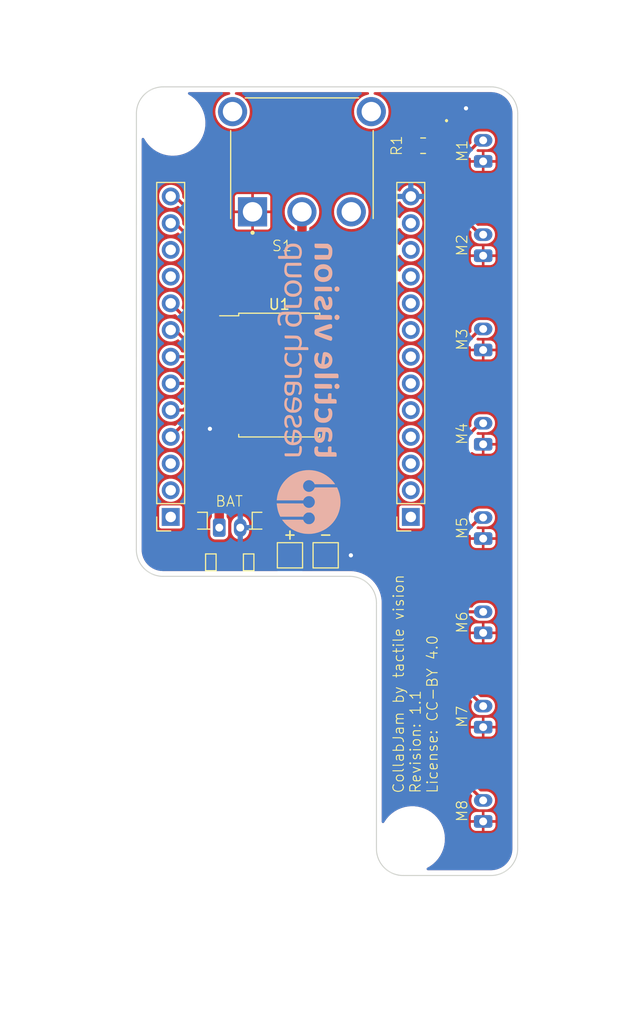
<source format=kicad_pcb>
(kicad_pcb (version 20221018) (generator pcbnew)
  (title_block (title "CollabJam") (date "2023-05-02") (rev "v1.1") (company "tactile vision, University of Applied Sciences Dresden") (comment 1 "Authors: Alexander Ramian, Dennis WIttchen") (comment 2 "License: CC-BY 4.0") (comment 4 "AISLER Project ID: GOIWVQSX"))
  (layers (0 "F.Cu" signal) (31 "B.Cu" power) (34 "B.Paste" user) (35 "F.Paste" user) (36 "B.SilkS" user "B.Silkscreen") (37 "F.SilkS" user "F.Silkscreen") (38 "B.Mask" user) (39 "F.Mask" user) (44 "Edge.Cuts" user))
  (net 0 "")
  (net 1 "VCC")
  (net 2 "GND")
  (net 3 "PWR")
  (net 4 "/M1")
  (net 5 "/M2")
  (net 6 "/M3")
  (net 7 "/M4")
  (net 8 "/M5")
  (net 9 "/M6")
  (net 10 "/M7")
  (net 11 "/M8")
  (net 26 "ESP_GPIO23")
  (net 27 "ESP_GPIO18")
  (net 28 "ESP_GPIO05")
  (net 29 "ESP_GPIO17")
  (net 30 "ESP_GPIO16")
  (net 31 "ESP_GPIO04")
  (net 34 "ESP_GPIO15")
  (net 35 "ESP_GPIO13")
  (net 36 "Net-(D1-A)")
  (footprint "Connector_JST:JST_PH_S2B-PH-K_1x02_P2.00mm_Horizontal" (layer "F.Cu") (at 91.294949 57.272284 90)
    (fp_text reference "M3" (at 1 -2.013949 90) (layer "F.SilkS") (effects (font (thickness 0.1))))
    (fp_text value "M3")
    (pad "1" thru_hole roundrect (at 0 0 90) (size 1.2 1.75) (drill 0.75) (layers "*.Cu" "*.Mask") (roundrect_rratio 0.2083333333) (net 3 "PWR"))
    (pad "2" thru_hole oval (at 2 0 90) (size 1.2 1.75) (drill 0.75) (layers "*.Cu" "*.Mask") (net 6 "/M3"))
  )
  (footprint "Connector_JST:JST_PH_S2B-PH-K_1x02_P2.00mm_Horizontal" (layer "F.Cu") (at 91.294949 84.17371 90)
    (fp_text reference "M6" (at 1 -2.013949 90) (layer "F.SilkS") (effects (font (thickness 0.1))))
    (fp_text value "M6")
    (pad "1" thru_hole roundrect (at 0 0 90) (size 1.2 1.75) (drill 0.75) (layers "*.Cu" "*.Mask") (roundrect_rratio 0.2083333333) (net 3 "PWR"))
    (pad "2" thru_hole oval (at 2 0 90) (size 1.2 1.75) (drill 0.75) (layers "*.Cu" "*.Mask") (net 9 "/M6"))
  )
  (footprint "collabjam:LTSTS220KFKT" (layer "F.Cu") (at 85.705 34.314 90)
    (fp_text reference "D1" hide)
    (fp_text value "LED" hide)
    (pad "1" smd rect (at 0 1.25 90) (size 1 1.5) (layers "F.Cu" "F.Paste" "F.Mask") (net 2 "GND"))
    (pad "2" smd rect (at 0 -1.25 90) (size 1 1.5) (layers "F.Cu" "F.Paste" "F.Mask") (net 36 "Net-(D1-A)"))
  )
  (footprint "Connector_JST:JST_PH_S2B-PH-K_1x02_P2.00mm_Horizontal" (layer "F.Cu") (at 91.294949 48.305142 90)
    (fp_text reference "M2" (at 1 -2.013949 90) (layer "F.SilkS") (effects (font (thickness 0.1))))
    (fp_text value "M2")
    (pad "1" thru_hole roundrect (at 0 0 90) (size 1.2 1.75) (drill 0.75) (layers "*.Cu" "*.Mask") (roundrect_rratio 0.2083333333) (net 3 "PWR"))
    (pad "2" thru_hole oval (at 2 0 90) (size 1.2 1.75) (drill 0.75) (layers "*.Cu" "*.Mask") (net 5 "/M2"))
  )
  (footprint "Connector_PinSocket_2.54mm:PinSocket_1x13_P2.54mm_Vertical" (layer "F.Cu") (at 84.404949 73.152 180)
    (fp_text reference "J10" hide)
    (fp_text value "ESP32 right" hide)
    (pad "1" thru_hole rect (at 0 0 180) (size 1.7 1.7) (drill 1) (layers "*.Cu" "*.Mask"))
    (pad "2" thru_hole oval (at 0 2.54 180) (size 1.7 1.7) (drill 1) (layers "*.Cu" "*.Mask"))
    (pad "3" thru_hole oval (at 0 5.08 180) (size 1.7 1.7) (drill 1) (layers "*.Cu" "*.Mask"))
    (pad "4" thru_hole oval (at 0 7.62 180) (size 1.7 1.7) (drill 1) (layers "*.Cu" "*.Mask"))
    (pad "5" thru_hole oval (at 0 10.16 180) (size 1.7 1.7) (drill 1) (layers "*.Cu" "*.Mask"))
    (pad "6" thru_hole oval (at 0 12.7 180) (size 1.7 1.7) (drill 1) (layers "*.Cu" "*.Mask"))
    (pad "7" thru_hole oval (at 0 15.24 180) (size 1.7 1.7) (drill 1) (layers "*.Cu" "*.Mask"))
    (pad "8" thru_hole oval (at 0 17.78 180) (size 1.7 1.7) (drill 1) (layers "*.Cu" "*.Mask"))
    (pad "9" thru_hole oval (at 0 20.32 180) (size 1.7 1.7) (drill 1) (layers "*.Cu" "*.Mask"))
    (pad "10" thru_hole oval (at 0 22.86 180) (size 1.7 1.7) (drill 1) (layers "*.Cu" "*.Mask"))
    (pad "11" thru_hole oval (at 0 25.4 180) (size 1.7 1.7) (drill 1) (layers "*.Cu" "*.Mask"))
    (pad "12" thru_hole oval (at 0 27.94 180) (size 1.7 1.7) (drill 1) (layers "*.Cu" "*.Mask"))
    (pad "13" thru_hole oval (at 0 30.48 180) (size 1.7 1.7) (drill 1) (layers "*.Cu" "*.Mask") (net 2 "GND"))
  )
  (footprint "Connector_JST:JST_PH_S2B-PH-K_1x02_P2.00mm_Horizontal" (layer "F.Cu") (at 91.294949 39.338 90)
    (fp_text reference "M1" (at 1 -2.003949 90) (layer "F.SilkS") (effects (font (thickness 0.1))))
    (fp_text value "M1")
    (pad "1" thru_hole roundrect (at 0 0 90) (size 1.2 1.75) (drill 0.75) (layers "*.Cu" "*.Mask") (roundrect_rratio 0.2083333333) (net 3 "PWR"))
    (pad "2" thru_hole oval (at 2 0 90) (size 1.2 1.75) (drill 0.75) (layers "*.Cu" "*.Mask") (net 4 "/M1"))
  )
  (footprint "Connector_JST:JST_PH_S2B-PH-K_1x02_P2.00mm_Horizontal" (layer "F.Cu") (at 91.294949 102.108 90)
    (fp_text reference "M8" (at 1 -2.013949 90) (layer "F.SilkS") (effects (font (thickness 0.1))))
    (fp_text value "M8")
    (pad "1" thru_hole roundrect (at 0 0 90) (size 1.2 1.75) (drill 0.75) (layers "*.Cu" "*.Mask") (roundrect_rratio 0.2083333333) (net 3 "PWR"))
    (pad "2" thru_hole oval (at 2 0 90) (size 1.2 1.75) (drill 0.75) (layers "*.Cu" "*.Mask") (net 11 "/M8"))
  )
  (footprint "Resistor_SMD:R_0805_2012Metric_Pad1.20x1.40mm_HandSolder" (layer "F.Cu") (at 85.578 37.846 180)
    (fp_text reference "R1" (at 2.52 0 90) (layer "F.SilkS") (effects (font (thickness 0.1))))
    (fp_text value "100")
    (pad "1" smd roundrect (at -1 0 180) (size 1.2 1.4) (layers "F.Cu" "F.Paste" "F.Mask") (roundrect_rratio 0.2083333333) (net 3 "PWR"))
    (pad "2" smd roundrect (at 1 0 180) (size 1.2 1.4) (layers "F.Cu" "F.Paste" "F.Mask") (roundrect_rratio 0.2083333333) (net 36 "Net-(D1-A)"))
  )
  (footprint "TestPoint:TestPoint_Pad_2.0x2.0mm" (layer "F.Cu") (at 76.3 76.8)
    (fp_text reference "-" (at 0 -1.998) (layer "F.SilkS"))
    (fp_text value "ESP_BAT_GND")
    (pad "1" smd rect (at 0 0) (size 2 2) (layers "F.Cu" "F.Mask") (net 2 "GND"))
  )
  (footprint "Connector_PinSocket_2.54mm:PinSocket_1x13_P2.54mm_Vertical" (layer "F.Cu") (at 61.544949 73.152 180)
    (fp_text reference "J11" hide)
    (fp_text value "ESP32 left" hide)
    (pad "1" thru_hole rect (at 0 0 180) (size 1.7 1.7) (drill 1) (layers "*.Cu" "*.Mask"))
    (pad "2" thru_hole oval (at 0 2.54 180) (size 1.7 1.7) (drill 1) (layers "*.Cu" "*.Mask"))
    (pad "3" thru_hole oval (at 0 5.08 180) (size 1.7 1.7) (drill 1) (layers "*.Cu" "*.Mask"))
    (pad "4" thru_hole oval (at 0 7.62 180) (size 1.7 1.7) (drill 1) (layers "*.Cu" "*.Mask") (net 26 "ESP_GPIO23"))
    (pad "5" thru_hole oval (at 0 10.16 180) (size 1.7 1.7) (drill 1) (layers "*.Cu" "*.Mask") (net 27 "ESP_GPIO18"))
    (pad "6" thru_hole oval (at 0 12.7 180) (size 1.7 1.7) (drill 1) (layers "*.Cu" "*.Mask") (net 28 "ESP_GPIO05"))
    (pad "7" thru_hole oval (at 0 15.24 180) (size 1.7 1.7) (drill 1) (layers "*.Cu" "*.Mask") (net 29 "ESP_GPIO17"))
    (pad "8" thru_hole oval (at 0 17.78 180) (size 1.7 1.7) (drill 1) (layers "*.Cu" "*.Mask") (net 30 "ESP_GPIO16"))
    (pad "9" thru_hole oval (at 0 20.32 180) (size 1.7 1.7) (drill 1) (layers "*.Cu" "*.Mask") (net 31 "ESP_GPIO04"))
    (pad "10" thru_hole oval (at 0 22.86 180) (size 1.7 1.7) (drill 1) (layers "*.Cu" "*.Mask"))
    (pad "11" thru_hole oval (at 0 25.4 180) (size 1.7 1.7) (drill 1) (layers "*.Cu" "*.Mask"))
    (pad "12" thru_hole oval (at 0 27.94 180) (size 1.7 1.7) (drill 1) (layers "*.Cu" "*.Mask") (net 34 "ESP_GPIO15"))
    (pad "13" thru_hole oval (at 0 30.48 180) (size 1.7 1.7) (drill 1) (layers "*.Cu" "*.Mask") (net 35 "ESP_GPIO13"))
  )
  (footprint "MountingHole:MountingHole_2.2mm_M2" (layer "F.Cu") (at 61.75 35.7)
    (fp_text reference "H1" hide)
    (fp_text value "MountingHole" hide)
    (pad "" np_thru_hole circle (at 0 0) (size 2.2 2.2) (drill 2.2) (layers "F&B.Cu" "*.Mask"))
  )
  (footprint "TestPoint:TestPoint_Pad_2.0x2.0mm" (layer "F.Cu") (at 72.9 76.8)
    (fp_text reference "+" (at 0 -1.998) (layer "F.SilkS"))
    (fp_text value "ESP_BAT_PWR")
    (pad "1" smd rect (at 0 0) (size 2 2) (layers "F.Cu" "F.Mask") (net 3 "PWR"))
  )
  (footprint "Connector_JST:JST_PH_S2B-PH-K_1x02_P2.00mm_Horizontal" (layer "F.Cu") (at 66.167 74.168)
    (fp_text reference "BAT" (at 0.95 -2.5) (layer "F.SilkS") (effects (font (thickness 0.1))))
    (fp_text value "Power")
    (pad "1" thru_hole roundrect (at 0 0) (size 1.2 1.75) (drill 0.75) (layers "*.Cu" "*.Mask") (roundrect_rratio 0.2083333333) (net 1 "VCC"))
    (pad "2" thru_hole oval (at 2 0) (size 1.2 1.75) (drill 0.75) (layers "*.Cu" "*.Mask") (net 2 "GND"))
  )
  (footprint "MountingHole:MountingHole_2.2mm_M2" (layer "F.Cu") (at 84.55 103.7609)
    (fp_text reference "H2" hide)
    (fp_text value "MountingHole" hide)
    (pad "" np_thru_hole circle (at 0 0) (size 2.2 2.2) (drill 2.2) (layers "*.Cu" "*.Mask") (clearance 2))
  )
  (footprint "Package_SO:SOIC-18W_7.5x11.6mm_P1.27mm" (layer "F.Cu") (at 71.882 59.66)
    (fp_text reference "U1" (at 0 -6.72) (layer "F.SilkS"))
    (fp_text value "ULN2803A")
    (pad "1" smd roundrect (at -4.65 -5.08) (size 2.05 0.6) (layers "F.Cu" "F.Paste" "F.Mask") (net 35 "ESP_GPIO13"))
    (pad "2" smd roundrect (at -4.65 -3.81) (size 2.05 0.6) (layers "F.Cu" "F.Paste" "F.Mask") (net 34 "ESP_GPIO15"))
    (pad "3" smd roundrect (at -4.65 -2.54) (size 2.05 0.6) (layers "F.Cu" "F.Paste" "F.Mask") (net 31 "ESP_GPIO04"))
    (pad "4" smd roundrect (at -4.65 -1.27) (size 2.05 0.6) (layers "F.Cu" "F.Paste" "F.Mask") (net 30 "ESP_GPIO16"))
    (pad "5" smd roundrect (at -4.65 0) (size 2.05 0.6) (layers "F.Cu" "F.Paste" "F.Mask") (net 29 "ESP_GPIO17"))
    (pad "6" smd roundrect (at -4.65 1.27) (size 2.05 0.6) (layers "F.Cu" "F.Paste" "F.Mask") (net 28 "ESP_GPIO05"))
    (pad "7" smd roundrect (at -4.65 2.54) (size 2.05 0.6) (layers "F.Cu" "F.Paste" "F.Mask") (net 27 "ESP_GPIO18"))
    (pad "8" smd roundrect (at -4.65 3.81) (size 2.05 0.6) (layers "F.Cu" "F.Paste" "F.Mask") (net 26 "ESP_GPIO23"))
    (pad "9" smd roundrect (at -4.65 5.08) (size 2.05 0.6) (layers "F.Cu" "F.Paste" "F.Mask") (net 2 "GND"))
    (pad "10" smd roundrect (at 4.65 5.08) (size 2.05 0.6) (layers "F.Cu" "F.Paste" "F.Mask") (net 3 "PWR"))
    (pad "11" smd roundrect (at 4.65 3.81) (size 2.05 0.6) (layers "F.Cu" "F.Paste" "F.Mask") (net 11 "/M8"))
    (pad "12" smd roundrect (at 4.65 2.54) (size 2.05 0.6) (layers "F.Cu" "F.Paste" "F.Mask") (net 10 "/M7"))
    (pad "13" smd roundrect (at 4.65 1.27) (size 2.05 0.6) (layers "F.Cu" "F.Paste" "F.Mask") (net 9 "/M6"))
    (pad "14" smd roundrect (at 4.65 0) (size 2.05 0.6) (layers "F.Cu" "F.Paste" "F.Mask") (net 8 "/M5"))
    (pad "15" smd roundrect (at 4.65 -1.27) (size 2.05 0.6) (layers "F.Cu" "F.Paste" "F.Mask") (net 7 "/M4"))
    (pad "16" smd roundrect (at 4.65 -2.54) (size 2.05 0.6) (layers "F.Cu" "F.Paste" "F.Mask") (net 6 "/M3"))
    (pad "17" smd roundrect (at 4.65 -3.81) (size 2.05 0.6) (layers "F.Cu" "F.Paste" "F.Mask") (net 5 "/M2"))
    (pad "18" smd roundrect (at 4.65 -5.08) (size 2.05 0.6) (layers "F.Cu" "F.Paste" "F.Mask") (net 4 "/M1"))
  )
  (footprint "collabjam:SW_500SSP1S1M6QEA" (layer "F.Cu") (at 74.04 39.37)
    (fp_text reference "S1" (at -1.905 8.001) (layer "F.SilkS") (effects (font (thickness 0.1))))
    (fp_text value "500SSP1S1M6QEA")
    (pad "1" thru_hole rect (at -4.7 4.765) (size 2.775 2.775) (drill 1.85) (layers "*.Cu" "*.Mask") (net 3 "PWR"))
    (pad "2" thru_hole circle (at 0 4.765) (size 2.775 2.775) (drill 1.85) (layers "*.Cu" "*.Mask") (net 1 "VCC"))
    (pad "3" thru_hole circle (at 4.7 4.765) (size 2.775 2.775) (drill 1.85) (layers "*.Cu" "*.Mask"))
    (pad "S1" thru_hole circle (at -6.605 -4.765) (size 2.775 2.775) (drill 1.85) (layers "*.Cu" "*.Mask"))
    (pad "S2" thru_hole circle (at 6.605 -4.765) (size 2.775 2.775) (drill 1.85) (layers "*.Cu" "*.Mask"))
  )
  (footprint "Connector_JST:JST_PH_S2B-PH-K_1x02_P2.00mm_Horizontal" (layer "F.Cu") (at 91.294949 75.206568 90)
    (fp_text reference "M5" (at 1 -2.013949 90) (layer "F.SilkS") (effects (font (thickness 0.1))))
    (fp_text value "M5")
    (pad "1" thru_hole roundrect (at 0 0 90) (size 1.2 1.75) (drill 0.75) (layers "*.Cu" "*.Mask") (roundrect_rratio 0.2083333333) (net 3 "PWR"))
    (pad "2" thru_hole oval (at 2 0 90) (size 1.2 1.75) (drill 0.75) (layers "*.Cu" "*.Mask") (net 8 "/M5"))
  )
  (footprint "Connector_JST:JST_PH_S2B-PH-K_1x02_P2.00mm_Horizontal" (layer "F.Cu") (at 91.294949 66.239426 90)
    (fp_text reference "M4" (at 1 -2.013949 90) (layer "F.SilkS") (effects (font (thickness 0.1))))
    (fp_text value "M4")
    (pad "1" thru_hole roundrect (at 0 0 90) (size 1.2 1.75) (drill 0.75) (layers "*.Cu" "*.Mask") (roundrect_rratio 0.2083333333) (net 3 "PWR"))
    (pad "2" thru_hole oval (at 2 0 90) (size 1.2 1.75) (drill 0.75) (layers "*.Cu" "*.Mask") (net 7 "/M4"))
  )
  (footprint "Connector_JST:JST_PH_S2B-PH-K_1x02_P2.00mm_Horizontal" (layer "F.Cu") (at 91.294949 93.140852 90)
    (fp_text reference "M7" (at 1 -2.013949 90) (layer "F.SilkS") (effects (font (thickness 0.1))))
    (fp_text value "M7")
    (pad "1" thru_hole roundrect (at 0 0 90) (size 1.2 1.75) (drill 0.75) (layers "*.Cu" "*.Mask") (roundrect_rratio 0.2083333333) (net 3 "PWR"))
    (pad "2" thru_hole oval (at 2 0 90) (size 1.2 1.75) (drill 0.75) (layers "*.Cu" "*.Mask") (net 10 "/M7"))
  )
  (footprint "LOGO" (layer "B.Cu") (at 74.663744 60.293443 90)
    (fp_text reference "G***" hide)
    (fp_text value "LOGO" hide)
  )
  (gr_arc (start 60.814949 78.799051) (mid 59.018883 78.055117) (end 58.274949 76.259051) (stroke (width 0.1)) (layer "Edge.Cuts"))
  (gr_arc (start 83.674949 107.249951) (mid 81.878883 106.506017) (end 81.134949 104.709951) (stroke (width 0.1)) (layer "Edge.Cuts"))
  (gr_line (start 81.134949 104.709951) (end 81.134949 81.339051) (stroke (width 0.1)) (layer "Edge.Cuts"))
  (gr_arc (start 58.28 34.79) (mid 59.023949 32.993949) (end 60.82 32.25) (stroke (width 0.1)) (layer "Edge.Cuts"))
  (gr_line (start 58.28 34.79) (end 58.274949 76.259051) (stroke (width 0.1)) (layer "Edge.Cuts"))
  (gr_arc (start 94.578898 104.709951) (mid 93.834966 106.506033) (end 92.038898 107.249951) (stroke (width 0.1)) (layer "Edge.Cuts"))
  (gr_line (start 78.594949 78.799051) (end 60.814949 78.799051) (stroke (width 0.1)) (layer "Edge.Cuts"))
  (gr_arc (start 78.594949 78.799051) (mid 80.390986 79.543014) (end 81.134949 81.339051) (stroke (width 0.1)) (layer "Edge.Cuts"))
  (gr_line (start 92.038898 107.249951) (end 83.674949 107.249951) (stroke (width 0.1)) (layer "Edge.Cuts"))
  (gr_line (start 60.82 32.25) (end 92.043949 32.25) (stroke (width 0.1)) (layer "Edge.Cuts"))
  (gr_line (start 94.583949 34.79) (end 94.578898 104.709951) (stroke (width 0.1)) (layer "Edge.Cuts"))
  (gr_arc (start 92.043949 32.25) (mid 93.840004 32.99396) (end 94.583949 34.79) (stroke (width 0.1)) (layer "Edge.Cuts"))
  (gr_text "CollabJam by tactile vision\nRevision: 1.1\nLicense: CC-BY 4.0" (at 84.85 99.5 90) (layer "F.SilkS") (effects (font (size 1 1) (thickness 0.1)) (justify left)))
  (segment (start 66.167 74.168) (end 66.167 69.723) (width 0.9) (layer "F.Cu") (net 1))
  (segment (start 66.167 69.723) (end 74.04 61.85) (width 0.9) (layer "F.Cu") (net 1))
  (segment (start 74.04 61.85) (end 74.04 44.135) (width 0.9) (layer "F.Cu") (net 1))
  (segment (start 89.638 34.314) (end 89.662 34.29) (width 0.4) (layer "F.Cu") (net 2))
  (segment (start 65.278 64.77) (end 67.202 64.77) (width 0.3) (layer "F.Cu") (net 2))
  (segment (start 67.202 64.77) (end 67.232 64.74) (width 0.3) (layer "F.Cu") (net 2))
  (segment (start 86.955 34.314) (end 89.638 34.314) (width 0.4) (layer "F.Cu") (net 2))
  (segment (start 76.3 76.8) (end 78.7 76.8) (width 0.4) (layer "F.Cu") (net 2))
  (via (at 65.278 64.77) (size 0.8) (drill 0.4) (layers "F.Cu" "B.Cu") (net 2))
  (via (at 78.7 76.8) (size 0.8) (drill 0.4) (layers "F.Cu" "B.Cu") (net 2))
  (via (at 89.662 34.29) (size 0.8) (drill 0.4) (layers "F.Cu" "B.Cu") (net 2))
  (segment (start 83.084389 39.582499) (end 88.77545 39.582499) (width 0.3) (layer "F.Cu") (net 4))
  (segment (start 76.532 54.58) (end 78.262 54.58) (width 0.3) (layer "F.Cu") (net 4))
  (segment (start 88.77545 39.582499) (end 91.019949 37.338) (width 0.3) (layer "F.Cu") (net 4))
  (segment (start 82.254499 40.412389) (end 83.084389 39.582499) (width 0.3) (layer "F.Cu") (net 4))
  (segment (start 91.019949 37.338) (end 91.294949 37.338) (width 0.3) (layer "F.Cu") (net 4))
  (segment (start 78.262 54.58) (end 82.254499 50.587501) (width 0.3) (layer "F.Cu") (net 4))
  (segment (start 82.254499 50.587501) (end 82.254499 40.412389) (width 0.3) (layer "F.Cu") (net 4))
  (segment (start 83.312 40.132) (end 84.846807 40.132) (width 0.3) (layer "F.Cu") (net 5))
  (segment (start 78.262 55.85) (end 82.804 51.308) (width 0.3) (layer "F.Cu") (net 5))
  (segment (start 76.532 55.85) (end 78.262 55.85) (width 0.3) (layer "F.Cu") (net 5))
  (segment (start 82.804 40.64) (end 83.312 40.132) (width 0.3) (layer "F.Cu") (net 5))
  (segment (start 91.019949 46.305142) (end 91.294949 46.305142) (width 0.3) (layer "F.Cu") (net 5))
  (segment (start 84.846807 40.132) (end 91.019949 46.305142) (width 0.3) (layer "F.Cu") (net 5))
  (segment (start 82.804 51.308) (end 82.804 40.64) (width 0.3) (layer "F.Cu") (net 5))
  (segment (start 89.154 57.138233) (end 91.019949 55.272284) (width 0.3) (layer "F.Cu") (net 6))
  (segment (start 85.935002 75.608998) (end 89.154 72.39) (width 0.3) (layer "F.Cu") (net 6))
  (segment (start 89.154 72.39) (end 89.154 57.138233) (width 0.3) (layer "F.Cu") (net 6))
  (segment (start 82.296 74.34644) (end 83.558558 75.608998) (width 0.3) (layer "F.Cu") (net 6))
  (segment (start 78.456 57.12) (end 82.296 60.96) (width 0.3) (layer "F.Cu") (net 6))
  (segment (start 76.532 57.12) (end 78.456 57.12) (width 0.3) (layer "F.Cu") (net 6))
  (segment (start 82.296 60.96) (end 82.296 74.34644) (width 0.3) (layer "F.Cu") (net 6))
  (segment (start 91.019949 55.272284) (end 91.294949 55.272284) (width 0.3) (layer "F.Cu") (net 6))
  (segment (start 83.558558 75.608998) (end 85.935002 75.608998) (width 0.3) (layer "F.Cu") (net 6))
  (segment (start 86.162613 76.158499) (end 89.703501 72.617611) (width 0.3) (layer "F.Cu") (net 7))
  (segment (start 89.703501 72.617611) (end 89.703501 65.555874) (width 0.3) (layer "F.Cu") (net 7))
  (segment (start 83.330947 76.158499) (end 86.162613 76.158499) (width 0.3) (layer "F.Cu") (net 7))
  (segment (start 76.532 58.39) (end 78.329 58.39) (width 0.3) (layer "F.Cu") (net 7))
  (segment (start 91.019949 64.239426) (end 91.294949 64.239426) (width 0.3) (layer "F.Cu") (net 7))
  (segment (start 89.703501 65.555874) (end 91.019949 64.239426) (width 0.3) (layer "F.Cu") (net 7))
  (segment (start 81.746499 61.807499) (end 81.746499 74.574051) (width 0.3) (layer "F.Cu") (net 7))
  (segment (start 78.329 58.39) (end 81.746499 61.807499) (width 0.3) (layer "F.Cu") (net 7))
  (segment (start 81.746499 74.574051) (end 83.330947 76.158499) (width 0.3) (layer "F.Cu") (net 7))
  (segment (start 76.532 59.66) (end 78.202 59.66) (width 0.3) (layer "F.Cu") (net 8))
  (segment (start 78.202 59.66) (end 81.196998 62.654998) (width 0.3) (layer "F.Cu") (net 8))
  (segment (start 81.196998 74.801662) (end 83.103336 76.708) (width 0.3) (layer "F.Cu") (net 8))
  (segment (start 87.518517 76.708) (end 91.019949 73.206568) (width 0.3) (layer "F.Cu") (net 8))
  (segment (start 83.103336 76.708) (end 87.518517 76.708) (width 0.3) (layer "F.Cu") (net 8))
  (segment (start 91.019949 73.206568) (end 91.294949 73.206568) (width 0.3) (layer "F.Cu") (net 8))
  (segment (start 81.196998 62.654998) (end 81.196998 74.801662) (width 0.3) (layer "F.Cu") (net 8))
  (segment (start 76.532 60.93) (end 78.202 60.93) (width 0.3) (layer "F.Cu") (net 9))
  (segment (start 80.647497 63.375497) (end 80.647497 75.029273) (width 0.3) (layer "F.Cu") (net 9))
  (segment (start 78.202 60.93) (end 80.647497 63.375497) (width 0.3) (layer "F.Cu") (net 9))
  (segment (start 87.791934 82.17371) (end 91.294949 82.17371) (width 0.3) (layer "F.Cu") (net 9))
  (segment (start 80.647497 75.029273) (end 87.791934 82.17371) (width 0.3) (layer "F.Cu") (net 9))
  (segment (start 80.097996 64.349996) (end 80.097996 75.256884) (width 0.3) (layer "F.Cu") (net 10))
  (segment (start 77.948 62.2) (end 80.097996 64.349996) (width 0.3) (layer "F.Cu") (net 10))
  (segment (start 76.532 62.2) (end 77.948 62.2) (width 0.3) (layer "F.Cu") (net 10))
  (segment (start 88.392 83.550888) (end 88.392 88.237903) (width 0.3) (layer "F.Cu") (net 10))
  (segment (start 80.097996 75.256884) (end 88.392 83.550888) (width 0.3) (layer "F.Cu") (net 10))
  (segment (start 88.392 88.237903) (end 91.294949 91.140852) (width 0.3) (layer "F.Cu") (net 10))
  (segment (start 76.532 63.47) (end 77.948 63.47) (width 0.3) (layer "F.Cu") (net 11))
  (segment (start 87.842499 96.65555) (end 91.294949 100.108) (width 0.3) (layer "F.Cu") (net 11))
  (segment (start 77.948 63.47) (end 79.502 65.024) (width 0.3) (layer "F.Cu") (net 11))
  (segment (start 87.842499 83.778499) (end 87.842499 96.65555) (width 0.3) (layer "F.Cu") (net 11))
  (segment (start 79.502 65.024) (end 79.502 75.438) (width 0.3) (layer "F.Cu") (net 11))
  (segment (start 79.502 75.438) (end 87.842499 83.778499) (width 0.3) (layer "F.Cu") (net 11))
  (segment (start 61.544949 65.532) (end 63.576949 63.5) (width 0.3) (layer "F.Cu") (net 26))
  (segment (start 67.202 63.5) (end 67.232 63.47) (width 0.3) (layer "F.Cu") (net 26))
  (segment (start 63.576949 63.5) (end 67.202 63.5) (width 0.3) (layer "F.Cu") (net 26))
  (segment (start 67.202 62.23) (end 67.232 62.2) (width 0.3) (layer "F.Cu") (net 27))
  (segment (start 63.5 62.23) (end 67.202 62.23) (width 0.3) (layer "F.Cu") (net 27))
  (segment (start 61.544949 62.992) (end 62.738 62.992) (width 0.3) (layer "F.Cu") (net 27))
  (segment (start 62.738 62.992) (end 63.5 62.23) (width 0.3) (layer "F.Cu") (net 27))
  (segment (start 67.202 60.96) (end 67.232 60.93) (width 0.3) (layer "F.Cu") (net 28))
  (segment (start 65.024 60.96) (end 67.202 60.96) (width 0.3) (layer "F.Cu") (net 28))
  (segment (start 61.544949 60.452) (end 64.516 60.452) (width 0.3) (layer "F.Cu") (net 28))
  (segment (start 64.516 60.452) (end 65.024 60.96) (width 0.3) (layer "F.Cu") (net 28))
  (segment (start 61.544949 57.912) (end 63.246 57.912) (width 0.3) (layer "F.Cu") (net 29))
  (segment (start 63.246 57.912) (end 65.024 59.69) (width 0.3) (layer "F.Cu") (net 29))
  (segment (start 65.024 59.69) (end 67.202 59.69) (width 0.3) (layer "F.Cu") (net 29))
  (segment (start 67.202 59.69) (end 67.232 59.66) (width 0.3) (layer "F.Cu") (net 29))
  (segment (start 61.971898 55.372) (end 64.989898 58.39) (width 0.3) (layer "F.Cu") (net 30))
  (segment (start 64.989898 58.39) (end 67.232 58.39) (width 0.3) (layer "F.Cu") (net 30))
  (segment (start 61.544949 55.372) (end 61.971898 55.372) (width 0.3) (layer "F.Cu") (net 30))
  (segment (start 61.544949 52.832) (end 65.832949 57.12) (width 0.3) (layer "F.Cu") (net 31))
  (segment (start 65.832949 57.12) (end 67.232 57.12) (width 0.3) (layer "F.Cu") (net 31))
  (segment (start 61.544949 45.212) (end 61.971898 45.212) (width 0.3) (layer "F.Cu") (net 34))
  (segment (start 63.966499 54.195055) (end 65.621444 55.85) (width 0.3) (layer "F.Cu") (net 34))
  (segment (start 61.971898 45.212) (end 63.966499 47.206601) (width 0.3) (layer "F.Cu") (net 34))
  (segment (start 65.621444 55.85) (end 67.232 55.85) (width 0.3) (layer "F.Cu") (net 34))
  (segment (start 63.966499 47.206601) (end 63.966499 54.195055) (width 0.3) (layer "F.Cu") (net 34))
  (segment (start 61.971898 42.672) (end 64.516 45.216102) (width 0.3) (layer "F.Cu") (net 35))
  (segment (start 61.544949 42.672) (end 61.971898 42.672) (width 0.3) (layer "F.Cu") (net 35))
  (segment (start 64.516 53.967444) (end 65.128556 54.58) (width 0.3) (layer "F.Cu") (net 35))
  (segment (start 65.128556 54.58) (end 67.232 54.58) (width 0.3) (layer "F.Cu") (net 35))
  (segment (start 64.516 45.216102) (end 64.516 53.967444) (width 0.3) (layer "F.Cu") (net 35))
  (segment (start 84.455 37.723) (end 84.578 37.846) (width 0.3) (layer "F.Cu") (net 36))
  (segment (start 84.455 34.314) (end 84.455 37.723) (width 0.3) (layer "F.Cu") (net 36))
  (zone (net 3) (net_name "PWR") (layer "F.Cu") (name "VCC") (connect_pads (clearance 0.25)) (min_thickness 0.25) (fill yes (thermal_gap 0.3) (thermal_bridge_width 0.25))
    (polygon (pts (xy 57.004949 31.301051) (xy 96.374949 31.301051) (xy 96.374949 107.963051) (xy 79.864949 107.963051) (xy 79.864949 80.323051) (xy 57.004949 80.323051)))
  )
  (zone (net 2) (net_name "GND") (layer "B.Cu") (connect_pads (clearance 0.5)) (min_thickness 0.25) (fill yes (thermal_gap 0.5) (thermal_bridge_width 0.5))
    (polygon (pts (xy 57.004949 30.539051) (xy 96.374949 30.539051) (xy 96.3866 109.8088) (xy 79.876893 109.8088) (xy 79.864949 80.069051) (xy 57.004949 80.069051)))
  )
)
</source>
